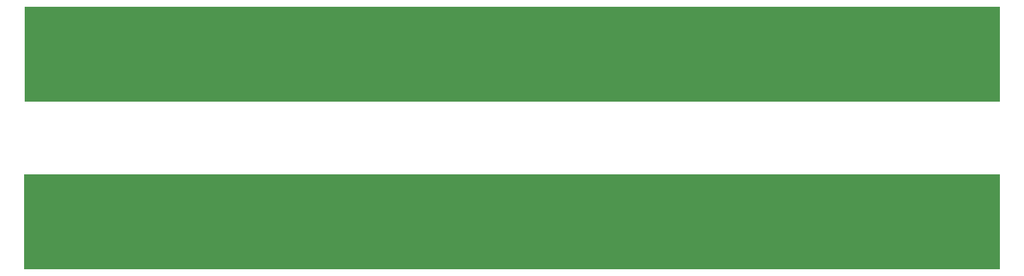
<source format=gbr>
%TF.GenerationSoftware,KiCad,Pcbnew,8.0.4*%
%TF.CreationDate,2024-08-20T01:52:54-04:00*%
%TF.ProjectId,EISA Bridge,45495341-2042-4726-9964-67652e6b6963,1*%
%TF.SameCoordinates,Original*%
%TF.FileFunction,Soldermask,Bot*%
%TF.FilePolarity,Negative*%
%FSLAX46Y46*%
G04 Gerber Fmt 4.6, Leading zero omitted, Abs format (unit mm)*
G04 Created by KiCad (PCBNEW 8.0.4) date 2024-08-20 01:52:54*
%MOMM*%
%LPD*%
G01*
G04 APERTURE LIST*
G04 APERTURE END LIST*
G36*
X219619134Y-105923806D02*
G01*
X219624457Y-105929129D01*
X219626689Y-105930054D01*
X219639945Y-105943310D01*
X219640869Y-105945541D01*
X219646194Y-105950866D01*
X219650000Y-105970000D01*
X219650000Y-118970000D01*
X219646194Y-118989134D01*
X219640868Y-118994459D01*
X219639945Y-118996689D01*
X219626689Y-119009945D01*
X219624459Y-119010868D01*
X219619134Y-119016194D01*
X219600000Y-119020000D01*
X219595083Y-119020000D01*
X86074917Y-119020000D01*
X86070000Y-119020000D01*
X86050866Y-119016194D01*
X86045541Y-119010869D01*
X86043310Y-119009945D01*
X86030054Y-118996689D01*
X86029129Y-118994457D01*
X86023806Y-118989134D01*
X86020000Y-118970000D01*
X86020000Y-105970000D01*
X86023806Y-105950866D01*
X86029129Y-105945542D01*
X86030054Y-105943310D01*
X86043310Y-105930054D01*
X86045542Y-105929129D01*
X86050866Y-105923806D01*
X86070000Y-105920000D01*
X219600000Y-105920000D01*
X219619134Y-105923806D01*
G37*
G36*
X219649134Y-82893806D02*
G01*
X219654457Y-82899129D01*
X219656689Y-82900054D01*
X219669945Y-82913310D01*
X219670869Y-82915541D01*
X219676194Y-82920866D01*
X219680000Y-82940000D01*
X219680000Y-95940000D01*
X219676194Y-95959134D01*
X219670868Y-95964459D01*
X219669945Y-95966689D01*
X219656689Y-95979945D01*
X219654459Y-95980868D01*
X219649134Y-95986194D01*
X219630000Y-95990000D01*
X219625083Y-95990000D01*
X86104917Y-95990000D01*
X86100000Y-95990000D01*
X86080866Y-95986194D01*
X86075541Y-95980869D01*
X86073310Y-95979945D01*
X86060054Y-95966689D01*
X86059129Y-95964457D01*
X86053806Y-95959134D01*
X86050000Y-95940000D01*
X86050000Y-82940000D01*
X86053806Y-82920866D01*
X86059129Y-82915542D01*
X86060054Y-82913310D01*
X86073310Y-82900054D01*
X86075542Y-82899129D01*
X86080866Y-82893806D01*
X86100000Y-82890000D01*
X219630000Y-82890000D01*
X219649134Y-82893806D01*
G37*
M02*

</source>
